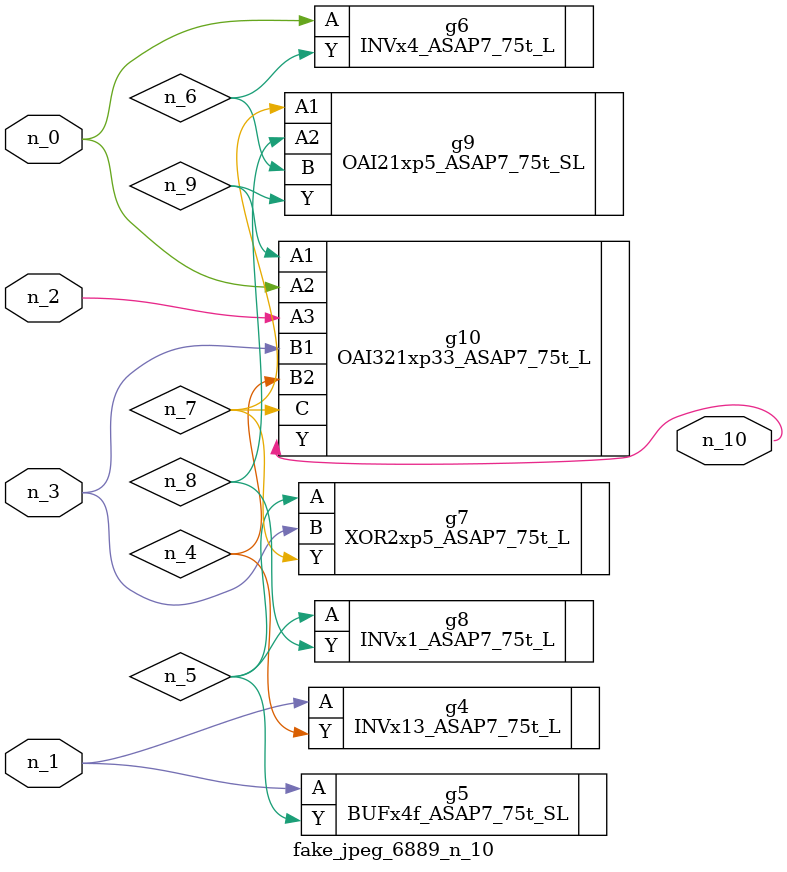
<source format=v>
module fake_jpeg_6889_n_10 (n_0, n_3, n_2, n_1, n_10);

input n_0;
input n_3;
input n_2;
input n_1;

output n_10;

wire n_4;
wire n_8;
wire n_9;
wire n_6;
wire n_5;
wire n_7;

INVx13_ASAP7_75t_L g4 ( 
.A(n_1),
.Y(n_4)
);

BUFx4f_ASAP7_75t_SL g5 ( 
.A(n_1),
.Y(n_5)
);

INVx4_ASAP7_75t_L g6 ( 
.A(n_0),
.Y(n_6)
);

XOR2xp5_ASAP7_75t_L g7 ( 
.A(n_5),
.B(n_3),
.Y(n_7)
);

OAI21xp5_ASAP7_75t_SL g9 ( 
.A1(n_7),
.A2(n_8),
.B(n_6),
.Y(n_9)
);

INVx1_ASAP7_75t_L g8 ( 
.A(n_5),
.Y(n_8)
);

OAI321xp33_ASAP7_75t_L g10 ( 
.A1(n_9),
.A2(n_0),
.A3(n_2),
.B1(n_3),
.B2(n_4),
.C(n_7),
.Y(n_10)
);


endmodule
</source>
